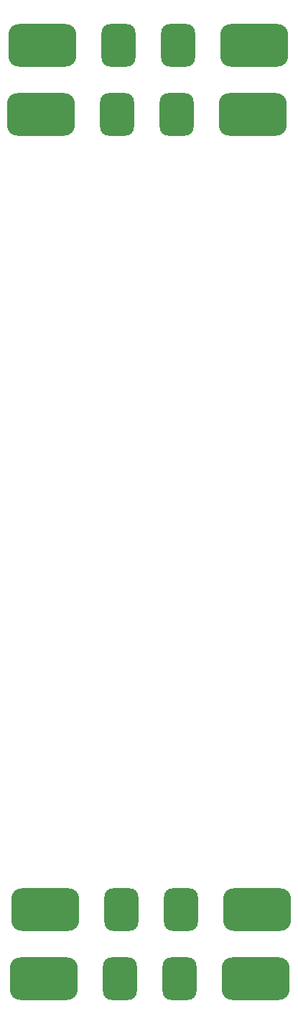
<source format=gbr>
%TF.GenerationSoftware,KiCad,Pcbnew,6.0.7-f9a2dced07~116~ubuntu20.04.1*%
%TF.CreationDate,2022-11-23T13:06:06+01:00*%
%TF.ProjectId,board,626f6172-642e-46b6-9963-61645f706362,rev?*%
%TF.SameCoordinates,Original*%
%TF.FileFunction,Paste,Bot*%
%TF.FilePolarity,Positive*%
%FSLAX46Y46*%
G04 Gerber Fmt 4.6, Leading zero omitted, Abs format (unit mm)*
G04 Created by KiCad (PCBNEW 6.0.7-f9a2dced07~116~ubuntu20.04.1) date 2022-11-23 13:06:06*
%MOMM*%
%LPD*%
G01*
G04 APERTURE LIST*
G04 Aperture macros list*
%AMRoundRect*
0 Rectangle with rounded corners*
0 $1 Rounding radius*
0 $2 $3 $4 $5 $6 $7 $8 $9 X,Y pos of 4 corners*
0 Add a 4 corners polygon primitive as box body*
4,1,4,$2,$3,$4,$5,$6,$7,$8,$9,$2,$3,0*
0 Add four circle primitives for the rounded corners*
1,1,$1+$1,$2,$3*
1,1,$1+$1,$4,$5*
1,1,$1+$1,$6,$7*
1,1,$1+$1,$8,$9*
0 Add four rect primitives between the rounded corners*
20,1,$1+$1,$2,$3,$4,$5,0*
20,1,$1+$1,$4,$5,$6,$7,0*
20,1,$1+$1,$6,$7,$8,$9,0*
20,1,$1+$1,$8,$9,$2,$3,0*%
G04 Aperture macros list end*
%ADD10RoundRect,1.250000X-2.750000X-1.250000X2.750000X-1.250000X2.750000X1.250000X-2.750000X1.250000X0*%
%ADD11RoundRect,1.000000X-1.000000X-1.500000X1.000000X-1.500000X1.000000X1.500000X-1.000000X1.500000X0*%
G04 APERTURE END LIST*
D10*
%TO.C,U21*%
X85031047Y-205104953D03*
D11*
X94031047Y-205104953D03*
X101031047Y-205104953D03*
D10*
X110031047Y-205104953D03*
%TD*%
%TO.C,U19*%
X85177047Y-196976953D03*
D11*
X94177047Y-196976953D03*
X101177047Y-196976953D03*
D10*
X110177047Y-196976953D03*
%TD*%
%TO.C,U19*%
X84845500Y-95331000D03*
D11*
X93845500Y-95331000D03*
X100845500Y-95331000D03*
D10*
X109845500Y-95331000D03*
%TD*%
%TO.C,U21*%
X84699500Y-103459000D03*
D11*
X93699500Y-103459000D03*
X100699500Y-103459000D03*
D10*
X109699500Y-103459000D03*
%TD*%
M02*

</source>
